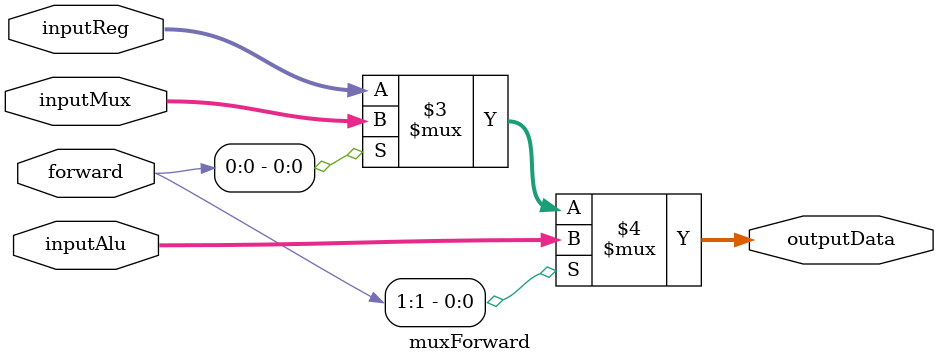
<source format=v>
`timescale 1ns / 1ps
module muxForward(
    input [31:0] inputReg,
    input [31:0] inputMux,
    input [31:0] inputAlu,
    input [1:0] forward,
    output [31:0] outputData
    );

    assign outputData = (forward[1] == 1) ? inputAlu : ((forward[0] == 1) ? inputMux : inputReg);

endmodule

</source>
